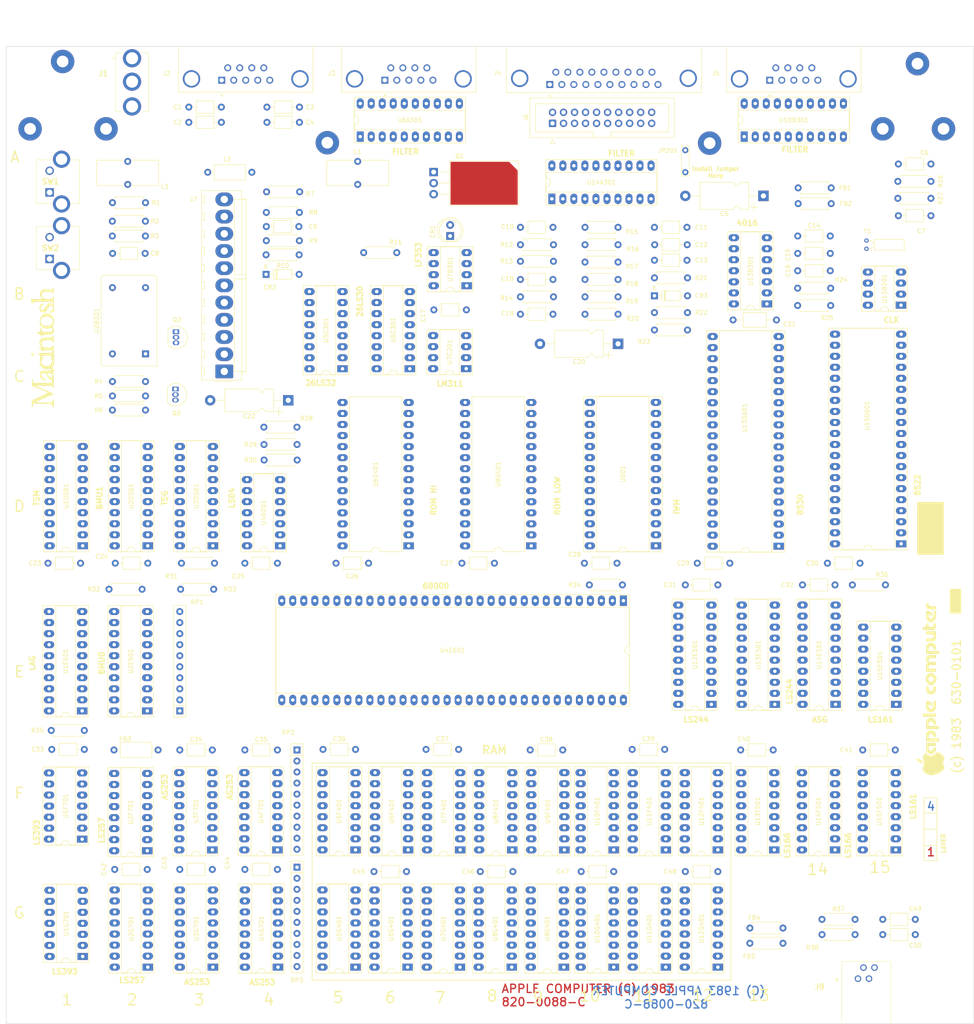
<source format=kicad_pcb>
(kicad_pcb (version 20211014) (generator pcbnew)
  (title_block (title "Schematic, Main Logic Board, 128k") (date "2023-01-28") (rev "Redraw 001") (company "Apple Computer") (comment 1 "820-0086-C/Part # 630-0101") (comment 2 "Release"))
  (layers (0 "F.Cu" signal) (1 "In1.Cu" power) (2 "In2.Cu" power) (31 "B.Cu" signal) (34 "B.Paste" user) (35 "F.Paste" user) (36 "B.SilkS" user "B.Silkscreen") (37 "F.SilkS" user "F.Silkscreen") (38 "B.Mask" user) (39 "F.Mask" user) (44 "Edge.Cuts" user))
  (net 0 "")
  (net 1 "Earth")
  (net 2 "-12VA")
  (net 3 "+12VA")
  (net 4 "+5VA")
  (net 5 "+5V")
  (net 6 "Net-(C10-Pad1)")
  (net 7 "Net-(C10-Pad2)")
  (net 8 "Net-(C11-Pad1)")
  (net 9 "+5VL")
  (net 10 "Net-(C14-Pad1)")
  (net 11 "Net-(C15-Pad1)")
  (net 12 "+BATT")
  (net 13 "Net-(C18-Pad1)")
  (net 14 "Net-(C18-Pad2)")
  (net 15 "Net-(C19-Pad1)")
  (net 16 "-5V")
  (net 17 "+12V")
  (net 18 "Net-(C22-Pad2)")
  (net 19 "Net-(CR1-Pad1)")
  (net 20 "MSE.Y2")
  (net 21 "MSE.Y1")
  (net 22 "C16MF")
  (net 23 "C16M")
  (net 24 "KBD.ACLK")
  (net 25 "KBD.DATA")
  (net 26 "FM_TXDP")
  (net 27 "FM_TXDM")
  (net 28 "FM_HSK")
  (net 29 "FM_RXDP")
  (net 30 "FM_RXDM")
  (net 31 "FP_TXDP")
  (net 32 "FP_TXDM")
  (net 33 "FP_HSK")
  (net 34 "FP_RXDP")
  (net 35 "FP_RXDM")
  (net 36 "FMSE.X2")
  (net 37 "FMSE.X1")
  (net 39 "F{slash}MSE.SW")
  (net 40 "Net-(J5-Pad8)")
  (net 41 "Net-(J5-Pad9)")
  (net 42 "FPHI0")
  (net 43 "FPHI1")
  (net 44 "FPHI2")
  (net 45 "FPHI3")
  (net 46 "F{slash}WREQ")
  (net 47 "FHDSEL")
  (net 48 "F{slash}ENBL1")
  (net 49 "FRD")
  (net 50 "FWR")
  (net 51 "FPWM")
  (net 52 "Net-(J7-Pad1)")
  (net 54 "{slash}HSYNC")
  (net 55 "SPKR")
  (net 56 "{slash}VSYNC")
  (net 57 "-12V")
  (net 58 "Net-(J9-Pad2)")
  (net 59 "Net-(J9-Pad3)")
  (net 60 "Net-(Q2-Pad2)")
  (net 61 "Net-(R2-Pad2)")
  (net 62 "Net-(R3-Pad2)")
  (net 63 "{slash}RASF")
  (net 64 "{slash}RAS")
  (net 65 "TSEN0")
  (net 66 "{slash}VIAIRQ")
  (net 67 "{slash}RES")
  (net 68 "S5")
  (net 69 "Net-(R12-Pad2)")
  (net 70 "Net-(R16-Pad2)")
  (net 71 "Net-(R17-Pad2)")
  (net 72 "Net-(R18-Pad1)")
  (net 73 "Net-(R20-Pad2)")
  (net 74 "MSE.X1")
  (net 75 "A20")
  (net 76 "{slash}IPL1")
  (net 77 "C8M")
  (net 78 "C8MF")
  (net 79 "{slash}VIDOUT")
  (net 80 "RAM_RW")
  (net 81 "RAM_RWF")
  (net 82 "{slash}AS")
  (net 83 "TSEN2")
  (net 84 "TSEN1")
  (net 85 "A19")
  (net 86 "A5")
  (net 87 "A4")
  (net 88 "A6")
  (net 89 "A3")
  (net 90 "A7")
  (net 91 "A2")
  (net 92 "A8")
  (net 93 "A1")
  (net 94 "RA0")
  (net 95 "RA0F")
  (net 96 "RA4F")
  (net 97 "RA4")
  (net 98 "RA2")
  (net 99 "RA2F")
  (net 100 "RA3")
  (net 101 "RA3F")
  (net 102 "RA1F")
  (net 103 "RA1")
  (net 104 "RA5")
  (net 105 "RA5F")
  (net 106 "RA7")
  (net 107 "RA7F")
  (net 108 "RA6")
  (net 109 "RA6F")
  (net 110 "{slash}CAS0F")
  (net 111 "{slash}CAS0")
  (net 112 "{slash}CAS1F")
  (net 113 "{slash}CAS1")
  (net 114 "VID{slash}u")
  (net 115 "{slash}RAM")
  (net 116 "{slash}ROM")
  (net 117 "{slash}UDS")
  (net 118 "{slash}LDS")
  (net 119 "TC")
  (net 120 "C1M")
  (net 121 "C4M")
  (net 122 "C2M")
  (net 123 "{slash}DTACK")
  (net 124 "VC0")
  (net 125 "VC1")
  (net 126 "VA3")
  (net 127 "VA2")
  (net 128 "VA1")
  (net 129 "VA0")
  (net 130 "{slash}LDPS")
  (net 131 "H4")
  (net 132 "{slash}DMA")
  (net 133 "RESLIN")
  (net 134 "RESNYB")
  (net 135 "VA7")
  (net 136 "VA6")
  (net 137 "VA5")
  (net 138 "VA4")
  (net 139 "VA8")
  (net 140 "VA9")
  (net 141 "VA10")
  (net 142 "VA11")
  (net 145 "L13")
  (net 146 "L12")
  (net 148 "{slash}C16M")
  (net 149 "{slash}VCA")
  (net 150 "OVERLAY")
  (net 151 "A23")
  (net 152 "A22")
  (net 153 "A21")
  (net 154 "{slash}IWM")
  (net 155 "{slash}SCCRD")
  (net 156 "{slash}SCCEN")
  (net 157 "{slash}VPA")
  (net 158 "R{slash}W")
  (net 159 "{slash}RAM_RD")
  (net 160 "VA12")
  (net 161 "VA13")
  (net 162 "SERVID")
  (net 163 "{slash}SND")
  (net 164 "{slash}SNDPG2")
  (net 165 "Eu")
  (net 166 "D0")
  (net 168 "C37M")
  (net 171 "KBD.SCLK")
  (net 172 "{slash}IPL0")
  (net 173 "DMA")
  (net 174 "A11")
  (net 175 "A12")
  (net 176 "A13")
  (net 177 "A14")
  (net 178 "{slash}A20")
  (net 179 "{slash}SNDRES")
  (net 180 "SNDRES")
  (net 181 "SND")
  (net 182 "WR")
  (net 183 "{slash}WR")
  (net 184 "D4")
  (net 185 "D3")
  (net 186 "D2")
  (net 187 "D1")
  (net 189 "{slash}VMA")
  (net 193 "A9")
  (net 194 "A10")
  (net 195 "A15")
  (net 196 "A16")
  (net 199 "D15")
  (net 200 "D14")
  (net 201 "D13")
  (net 202 "D12")
  (net 203 "D11")
  (net 204 "D10")
  (net 205 "D9")
  (net 206 "D8")
  (net 207 "D7")
  (net 208 "D6")
  (net 209 "D5")
  (net 210 "{slash}VIDPG2")
  (net 211 "M_RXDM")
  (net 212 "M_RXDP")
  (net 213 "RXDA")
  (net 214 "HSKA")
  (net 215 "M_HSK")
  (net 216 "P_HSK")
  (net 217 "HSKB")
  (net 218 "RXDB")
  (net 219 "P_RXDP")
  (net 220 "P_RXDM")
  (net 221 "RQ0")
  (net 222 "RQ8")
  (net 223 "P_TXDP")
  (net 224 "M_TXDM")
  (net 225 "M_TXDP")
  (net 226 "TXDA")
  (net 227 "{slash}OFBUFA")
  (net 228 "{slash}OFBUFB")
  (net 229 "TXDB")
  (net 233 "P_TXDM")
  (net 235 "RQ1")
  (net 236 "RQ9")
  (net 239 "RQ2")
  (net 240 "RQ10")
  (net 241 "RQ3")
  (net 242 "RQ11")
  (net 243 "RQ4")
  (net 244 "RQ12")
  (net 245 "HDSEL")
  (net 246 "{slash}WREQ")
  (net 247 "PHI3")
  (net 248 "PHI2")
  (net 249 "PHI1")
  (net 250 "PHI0")
  (net 251 "RQ5")
  (net 252 "RQ13")
  (net 253 "RQ6")
  (net 254 "RQ14")
  (net 255 "RQ7")
  (net 256 "RQ15")
  (net 257 "SV2")
  (net 258 "SV1")
  (net 259 "SV0")
  (net 261 "{slash}SCC_WREQ")
  (net 266 "F{slash}ENBL2")
  (net 267 "MSE.X2")
  (net 268 "{slash}MSE.SW")
  (net 269 "{slash}ENBL2")
  (net 270 "PWM")
  (net 271 "RD")
  (net 272 "{slash}ENBL1")
  (net 273 "{slash}DMALD")
  (net 280 "ONESEC")
  (net 281 "{slash}RTC")
  (net 282 "RTC_DATA")
  (net 283 "RTC_CLK")
  (net 289 "QhO")
  (net 290 "CET")
  (net 299 "/IO Connectors/SPKJK")
  (net 300 "C37MF")
  (net 301 "/IO Connectors/SPKJK2")
  (net 302 "/IO Connectors/KB.CK")
  (net 303 "/IO Connectors/KB.DA")
  (net 304 "/IO Connectors/MS.FY2")
  (net 305 "/IO Connectors/MS.FY1")
  (net 306 "GND")
  (footprint "Resistor_THT:R_Axial_DIN0207_L6.3mm_D2.5mm_P7.62mm_Horizontal" (layer "F.Cu") (at 212.38 85.68)
    (fp_text reference "R24")
    (fp_text value "3.3k")
  )
  (footprint "Resistor_THT:R_Axial_DIN0207_L6.3mm_D2.5mm_P7.62mm_Horizontal" (layer "F.Cu") (at 148.5 87.68)
    (fp_text reference "R14")
    (fp_text value "47k")
  )
  (footprint "Package_DIP:DIP-14_W7.62mm_Socket_LongPads" (layer "F.Cu") (at 47.5 212.54 180)
    (fp_text reference "U1F701")
    (fp_text value "74LS393")
  )
  (footprint "Resistor_THT:R_Axial_DIN0207_L6.3mm_D2.5mm_P7.62mm_Horizontal" (layer "F.Cu") (at 212.38 89.68)
    (fp_text reference "R25")
    (fp_text value "3.3k")
  )
  (footprint "Package_DIP:DIP-16_W7.62mm_Socket_LongPads" (layer "F.Cu") (at 170 242 180)
    (fp_text reference "U10G401")
    (fp_text value "HM50256P")
  )
  (footprint "Capacitor_THT:C_Axial_L3.8mm_D2.6mm_P7.50mm_Horizontal" (layer "F.Cu") (at 179.44 75.68)
    (fp_text reference "C12")
    (fp_text value "0.1uF")
  )
  (footprint "Capacitor_THT:C_Axial_L3.8mm_D2.6mm_P7.50mm_Horizontal" (layer "F.Cu") (at 212.405 73.68)
    (fp_text reference "C14")
    (fp_text value "10pF")
  )
  (footprint "Connector_Dsub:DSUB-9_Female_Horizontal_P2.77x2.84mm_EdgePinOffset4.94mm_Housed_MountingHolesOffset7.48mm" (layer "F.Cu") (at 205.96 37.8 180)
    (fp_text reference "J5")
    (fp_text value "MOUSE")
  )
  (footprint "Capacitor_THT:C_Axial_L3.8mm_D2.6mm_P7.50mm_Horizontal" (layer "F.Cu") (at 70 219.5)
    (fp_text reference "C43")
    (fp_text value ".1uF")
  )
  (footprint "Package_DIP:DIP-16_W7.62mm_Socket_LongPads" (layer "F.Cu") (at 62.62 242 180)
    (fp_text reference "U2G701")
    (fp_text value "74LS257")
  )
  (footprint "MountingHole:MountingHole_2.7mm_M2.5_Pad" (layer "F.Cu") (at 232 49)
    (fp_text reference "H203" hide)
    (fp_text value "MountingHole_Pad" hide)
  )
  (footprint "Resistor_THT:R_Axial_DIN0207_L6.3mm_D2.5mm_P7.62mm_Horizontal" (layer "F.Cu") (at 54.48 113.75)
    (fp_text reference "R6")
    (fp_text value "47")
  )
  (footprint "Resistor_THT:R_Axial_DIN0207_L6.3mm_D2.5mm_P7.62mm_Horizontal" (layer "F.Cu") (at 89.38 117.68)
    (fp_text reference "R28")
    (fp_text value "3.3k")
  )
  (footprint "Capacitor_THT:C_Axial_L3.8mm_D2.6mm_P7.50mm_Horizontal" (layer "F.Cu") (at 126.75 191.87)
    (fp_text reference "C37")
    (fp_text value ".1uF")
  )
  (footprint "Capacitor_THT:C_Axial_L3.8mm_D2.6mm_P7.50mm_Horizontal" (layer "F.Cu") (at 54.515 77.68)
    (fp_text reference "C8")
    (fp_text value "0.1u")
  )
  (footprint "Capacitor_THT:C_Axial_L3.8mm_D2.6mm_P7.50mm_Horizontal" (layer "F.Cu") (at 227.38 192)
    (fp_text reference "C41")
    (fp_text value ".1uF")
  )
  (footprint "Capacitor_THT:C_Axial_L3.8mm_D2.6mm_P7.50mm_Horizontal" (layer "F.Cu") (at 235.6 69)
    (fp_text reference "C7")
    (fp_text value "470pF")
  )
  (footprint "Package_DIP:DIP-20_W7.62mm_Socket_LongPads" (layer "F.Cu") (at 62.5 183 180)
    (fp_text reference "U2E501")
    (fp_text value "BMU0-PAL16R4")
  )
  (footprint "Resistor_THT:R_Axial_DIN0207_L6.3mm_D2.5mm_P7.62mm_Horizontal" (layer "F.Cu") (at 163.38 75.68)
    (fp_text reference "R16")
    (fp_text value "68k")
  )
  (footprint "Package_DIP:DIP-14_W7.62mm_Socket_LongPads" (layer "F.Cu") (at 205.295 89.305 180)
    (fp_text reference "U13B301")
    (fp_text value "4016")
  )
  (footprint "MountingHole:MountingHole_2.7mm_M2.5_Pad" (layer "F.Cu") (at 192.1 52.3)
    (fp_text reference "H202" hide)
    (fp_text value "MountingHole_Pad" hide)
  )
  (footprint "Package_DIP:DIP-28_W15.24mm_LongPads" (layer "F.Cu") (at 122.74 145.02 180)
    (fp_text reference "U6D401")
    (fp_text value "ROM-HI")
  )
  (footprint "Resistor_THT:R_Axial_DIN0207_L6.3mm_D2.5mm_P7.62mm_Horizontal" (layer "F.Cu") (at 235.48 61.1)
    (fp_text reference "R26")
    (fp_text value "27")
  )
  (footprint "Resistor_THT:R_Axial_DIN0207_L6.3mm_D2.5mm_P7.62mm_Horizontal" (layer "F.Cu") (at 212.5 66.22)
    (fp_text reference "FB2")
    (fp_text value "27")
  )
  (footprint "Capacitor_THT:C_Axial_L3.8mm_D2.6mm_P7.50mm_Horizontal" (layer "F.Cu") (at 135.01 149)
    (fp_text reference "C27")
    (fp_text value ".1uF")
  )
  (footprint "Inductor_THT:L_Axial_L7.0mm_D3.3mm_P10.16mm_Horizontal_Fastron_MICC" (layer "F.Cu") (at 76.44 59)
    (fp_text reference "L2")
    (fp_text value "27uH")
  )
  (footprint "Capacitor_THT:C_Axial_L3.8mm_D2.6mm_P7.50mm_Horizontal" (layer "F.Cu") (at 85 192)
    (fp_text reference "C35")
    (fp_text value ".1uF")
  )
  (footprint "Resistor_THT:R_Axial_DIN0207_L6.3mm_D2.5mm_P7.62mm_Horizontal" (layer "F.Cu") (at 112.38 77.5)
    (fp_text reference "R11")
    (fp_text value "150")
  )
  (footprint "Capacitor_THT:C_Axial_L3.8mm_D2.6mm_P7.50mm_Horizontal" (layer "F.Cu") (at 90.08 47.5)
    (fp_text reference "C4")
    (fp_text value ".1uF")
  )
  (footprint "MountingHole:MountingHole_2.7mm_M2.5_Pad" (layer "F.Cu") (at 53 49)
    (fp_text reference "H201" hide)
    (fp_text value "MountingHole_Pad" hide)
  )
  (footprint "Package_DIP:DIP-16_W7.62mm_Socket_LongPads" (layer "F.Cu") (at 122.5 242 180)
    (fp_text reference "U6G401")
    (fp_text value "HM50256P")
  )
  (footprint "Resistor_THT:R_Axial_DIN0207_L6.3mm_D2.5mm_P7.62mm_Horizontal" (layer "F.Cu") (at 148.5 79.5)
    (fp_text reference "R13")
    (fp_text value "470k")
  )
  (footprint "Capacitor_THT:C_Axial_L3.8mm_D2.6mm_P7.50mm_Horizontal" (layer "F.Cu") (at 39.63 149)
    (fp_text reference "C23")
    (fp_text value ".1uF")
  )
  (footprint "Package_DIP:DIP-16_W7.62mm_Socket_LongPads" (layer "F.Cu") (at 110.5 215 180)
    (fp_text reference "U5F401")
    (fp_text value "HM50256P")
  )
  (footprint "Package_DIP:DIP-16_W7.62mm_Socket_LongPads" (layer "F.Cu") (at 146.62 215 180)
    (fp_text reference "U8F401")
    (fp_text value "HM50256P")
  )
  (footprint "Resistor_THT:R_Axial_DIN0207_L6.3mm_D2.5mm_P7.62mm_Horizontal" (layer "F.Cu") (at 201.38 236.5)
    (fp_text reference "FB5")
    (fp_text value "75")
  )
  (footprint "Resistor_THT:R_Axial_DIN0207_L6.3mm_D2.5mm_P7.62mm_Horizontal" (layer "F.Cu") (at 218 234.5)
    (fp_text reference "R38")
    (fp_text value "27")
  )
  (footprint "Resistor_THT:R_Axial_DIN0207_L6.3mm_D2.5mm_P7.62mm_Horizontal" (layer "F.Cu") (at 163.38 71.68)
    (fp_text reference "R15")
    (fp_text value "200k")
  )
  (footprint "Oscillator:Oscillator_DIP-14" (layer "F.Cu") (at 62.1 100.8 90)
    (fp_text reference "U2B201")
    (fp_text value "15.6672MHz")
  )
  (footprint "LOGO" (layer "F.Cu") (at 242.975156 173.904635 90)
    (fp_text reference "G002" hide)
    (fp_text value "LOGO" hide)
  )
  (footprint "Capacitor_THT:C_Axial_L3.8mm_D2.6mm_P7.50mm_Horizontal" (layer "F.Cu") (at 199.25 192)
    (fp_text reference "C40")
    (fp_text value ".1uF")
  )
  (footprint "Capacitor_THT:C_Axial_L3.8mm_D2.6mm_P7.50mm_Horizontal" (layer "F.Cu") (at 212.405 81.68)
    (fp_text reference "C16")
    (fp_text value ".1uF")
  )
  (footprint "Package_DIP:DIP-20_W7.62mm_Socket_LongPads" (layer "F.Cu") (at 111.575 50.8 90)
    (fp_text reference "U6A301")
    (fp_text value "4120R-601-250/201LF")
  )
  (footprint "Package_DIP:DIP-16_W7.62mm_Socket_LongPads" (layer "F.Cu") (at 110.5 242 180)
    (fp_text reference "U5G401")
    (fp_text value "HM50256P")
  )
  (footprint "Resistor_THT:R_Axial_DIN0207_L6.3mm_D2.5mm_P7.62mm_Horizontal" (layer "F.Cu") (at 89.88 78)
    (fp_text reference "R10")
    (fp_text value "1.0k")
  )
  (footprint "RAC_Custom:DSUB-19_Female_Horizontal_P2.77x2.84mm_EdgePinOffset7.70mm_Housed_MountingHolesOffset9.12mm" (layer "F.Cu") (at 155.27 38.8 180)
    (fp_text reference "J4")
    (fp_text value "External Floppy")
  )
  (footprint "Inductor_THT:L_Toroid_Vertical_L14.0mm_W5.6mm_P5.30mm_Bourns_5700" (layer "F.Cu") (at 58 61.8 180)
    (fp_text reference "L3")
    (fp_text value "28uH")
  )
  (footprint "Package_DIP:DIP-16_W7.62mm_Socket_LongPads" (layer "F.Cu") (at 194 215 180)
    (fp_text reference "U12F401")
    (fp_text value "HM50256P")
  )
  (footprint "MountingHole:MountingHole_2.7mm_M2.5_Pad" (layer "F.Cu") (at 104 52.2)
    (fp_text reference "H208" hide)
    (fp_text value "MountingHole_Pad" hide)
  )
  (footprint "Package_DIP:DIP-16_W7.62mm_Socket_LongPads" (layer "F.Cu") (at 123 104.25 180)
    (fp_text reference "U6C301")
    (fp_text value "26LS30")
  )
  (footprint "Capacitor_THT:C_Axial_L3.8mm_D2.6mm_P7.50mm_Horizontal" (layer "F.Cu") (at 103 191.87)
    (fp_text reference "C36")
    (fp_text value ".1uF")
  )
  (footprint "Capacitor_THT:C_Axial_L3.8mm_D2.6mm_P7.50mm_Horizontal" (layer "F.Cu") (at 106 149)
    (fp_text reference "C26")
    (fp_text value ".1uF")
  )
  (footprint "Package_DIP:DIP-16_W7.62mm_Socket_LongPads" (layer "F.Cu") (at 182 242 180)
    (fp_text reference "U11G401")
    (fp_text value "HM50256P")
  )
  (footprint "ESwitch:TL1100CF160Q" (layer "F.Cu") (at 40 78.95)
    (fp_text reference "SW2")
    (fp_text value "RESET" hide)
  )
  (footprint "Capacitor_THT:C_Axial_L3.8mm_D2.6mm_P7.50mm_Horizontal" (layer "F.Cu") (at 72.08 44)
    (fp_text reference "C1")
    (fp_text value "0.1uF")
  )
  (footprint "Package_DIP:DIP-20_W7.62mm_Socket_LongPads" (layer "F.Cu") (at 200.075 50.8 90)
    (fp_text reference "U10B301")
    (fp_text value "4120R-601-250/201LF")
  )
  (footprint "Capacitor_THT:CP_Axial_L11.0mm_D5.0mm_P18.00mm_Horizontal" (layer "F.Cu") (at 95 111.5 180)
    (fp_text reference "C22")
    (fp_text value "4.7uF")
  )
  (footprint "Resistor_THT:R_Axial_DIN0207_L6.3mm_D2.5mm_P7.62mm_Horizontal" (layer "F.Cu") (at 89.94 74.75)
    (fp_text reference "R9")
    (fp_text value "1.0k")
  )
  (footprint "Resistor_THT:R_Axial_DIN0207_L6.3mm_D2.5mm_P7.62mm_Horizontal" (layer "F.Cu") (at 40.38 187.5)
    (fp_text reference "R35")
    (fp_text value "47")
  )
  (footprint "Capacitor_THT:C_Axial_L3.8mm_D2.6mm_P7.50mm_Horizontal" (layer "F.Cu") (at 85 149)
    (fp_text reference "C25")
    (fp_text value ".1uF")
  )
  (footprint "Capacitor_THT:C_Axial_L3.8mm_D2.6mm_P7.50mm_Horizontal" (layer "F.Cu") (at 55 219.5)
    (fp_text reference "C42")
    (fp_text value ".1uF")
  )
  (footprint "Package_DIP:DIP-40_W15.24mm_Socket_LongPads" (layer "F.Cu") (at 208.025 145.08 180)
    (fp_text reference "U13D601")
    (fp_text value "Z8530")
  )
  (footprint "Package_DIP:DIP-20_W7.62mm_Socket_LongPads" (layer "F.Cu") (at 192.5 181.5 180)
    (fp_text reference "U12E501")
    (fp_text value "74LS244")
  )
  (footprint "Capacitor_THT:C_Axial_L3.8mm_D2.6mm_P7.50mm_Horizontal" (layer "F.Cu") (at 213.5 154)
    (fp_text reference "C32")
    (fp_text value ".1uF")
  )
  (footprint "Package_DIP:DIP-16_W7.62mm_Socket_LongPads" (layer "F.Cu") (at 77.5 215 180)
    (fp_text reference "U3F701")
    (fp_text value "74AS253")
  )
  (footprint "Package_DIP:DIP-20_W7.62mm_Socket_LongPads" (layer "F.Cu") (at 47.5 183 180)
    (fp_text reference "U1E501")
    (fp_text value "LAG-PAL16R8")
  )
  (footprint "Package_DIP:DIP-28_W15.24mm_LongPads" (layer "F.Cu") (at 151 145.02 180)
    (fp_text reference "U8D401")
    (fp_text value "ROM-LOW")
  )
  (footprint "Package_TO_SOT_THT:TO-92_Inline" (layer "F.Cu") (at 69.13 95.73 -90)
    (fp_text reference "Q2")
    (fp_text value "2N4403")
  )
  (footprint "Resistor_THT:R_Axial_DIN0207_L6.3mm_D2.5mm_P7.62mm_Horizontal" (layer "F.Cu") (at 70.19 155)
    (fp_text reference "R33")
    (fp_text value "47")
  )
  (footprint "Package_DIP:DIP-16_W7.62mm_Socket_LongPads" (layer "F.Cu") (at 235.12 181.5 180)
    (fp_text reference "U15E501")
    (fp_text value "74LS161")
  )
  (footprint "Connector_IDC:IDC-Header_2x10_P2.54mm_Vertical" (layer "F.Cu") (at 155.89 47.74 90)
    (fp_text reference "J6")
    (fp_text value "FLOPPY_Internal")
  )
  (footprint "Package_DIP:DIP-16_W7.62mm_Socket_LongPads" (layer "F.Cu") (at 92.62 242 180)
    (fp_text reference "U4G701")
    (fp_text value "74AS253")
  )
  (footprint "Resistor_THT:R_Axial_DIN0207_L6.3mm_D2.5mm_P7.62mm_Horizontal" (layer "F.Cu") (at 179.38 91.31)
    (fp_text reference "R22")
    (fp_text value "47k")
  )
  (footprint "Capacitor_THT:C_Axial_L3.8mm_D2.6mm_P7.50mm_Horizontal" (layer "F.Cu") (at 148.5 71.68)
    (fp_text reference "C10")
    (fp_text value "220pF")
  )
  (footprint "Package_DIP:DIP-16_W7.62mm_Socket_LongPads" (layer "F.Cu") (at 235 215 180)
    (fp_text reference "U15F501")
    (fp_text value "74LS161")
  )
  (footprint "MountingHole:MountingHole_2.7mm_M2.5" (layer "F.Cu") (at 113 247)
    (fp_text reference "H212" hide)
    (fp_text value "MountingHole" hide)
  )
  (footprint "Resistor_THT:R_Axial_DIN0207_L6.3mm_D2.5mm_P7.62mm_Horizontal" (layer "F.Cu") (at 54.455 70.27)
    (fp_text reference "R2")
    (fp_text value "3.3k" hide)
  )
  (footprint "LOGO" (layer "F.Cu") (at 38.5 99.5 90)
    (fp_text reference "G001" hide)
    (fp_text value "LOGO" hide)
  )
  (footprint "Resistor_THT:R_Axial_DIN0207_L6.3mm_D2.5mm_P7.62mm_Horizontal" (layer "F.Cu") (at 164.38 154)
    (fp_text reference "R34")
    (fp_text value "3.3k")
  )
  (footprint "MountingHole:MountingHole_2.7mm_M2.5" (layer "F.Cu") (at 143.25 43.75)
    (fp_text reference "H213" hide)
    (fp_text value "MountingHole" hide)
  )
  (footprint "Resistor_THT:R_Axial_DIN0207_L6.3mm_D2.5mm_P7.62mm_Horizontal" (layer "F.Cu") (at 54.48 107.18)
    (fp_text reference "R4")
    (fp_text value "47")
  )
  (footprint "TE Connectivity:55559801" (layer "F.Cu") (at 226.285 244.65)
    (fp_text reference "J9")
    (fp_text value "RJ22" hide)
  )
  (footprint "MountingHole:MountingHole_2.7mm_M2.5_Pad" (layer "F.Cu") (at 246 49)
    (fp_text reference "H205" hide)
    (fp_text value "MountingHole_Pad" hide)
  )
  (footprint "MountingHole:MountingHole_2.7mm_M2.5" (layer "F.Cu") (at 36 38)
    (fp_text reference "H209" hide)
    (fp_text value "MountingHole" hide)
  )
  (footprint "Package_DIP:DIP-20_W7.62mm_Socket_LongPads" (layer "F.Cu") (at 47.62 145 180)
    (fp_text reference "U1D501")
    (fp_text value "TSM-PAL16R4")
  )
  (footprint "Package_DIP:DIP-20_W7.62mm_Socket_LongPads" (layer "F.Cu") (at 207.12 181.5 180)
    (fp_text reference "U13E501")
    (fp_text value "74LS244")
  )
  (footprint "Resistor_THT:R_Axial_DIN0207_L6.3mm_D2.5mm_P7.62mm_Horizontal" (layer "F.Cu") (at 218 231)
    (fp_text reference "R37")
    (fp_text value "27")
  )
  (footprint "Package_DIP:DIP-16_W7.62mm_Socket_LongPads" (layer "F.Cu") (at 62.5 215.2 180)
    (fp_text reference "U2F701")
    (fp_text value "74LS257")
  )
  (footprint "Connector_Molex:Molex_KK-396_A-41791-0011_1x11_P3.96mm_Vertical" (layer "F.Cu") (at 80.25 104.85 90)
    (fp_text reference "J7")
    (fp_text value "Power")
  )
  (footprint "Diode_THT:D_DO-35_SOD27_P7.62mm_Horizontal" (layer "F.Cu") (at 179.38 87.44)
    (fp_text reference "CR3")
    (fp_text value "5.1V")
  )
  (footprint "Package_DIP:DIP-16_W7.62mm_Socket_LongPads" (layer "F.Cu") (at 221 215 180)
    (fp_text reference "U14F501")
    (fp_text value "74LS166")
  )
  (footprint "Package_DIP:DIP-16_W7.62mm_Socket_LongPads" (layer "F.Cu") (at 158.62 215 180)
    (fp_text reference "U9F401")
    (fp_text value "HM50256P")
  )
  (footprint "Capacitor_THT:C_Axial_L3.8mm_D2.6mm_P7.50mm_Horizontal" (layer "F.Cu") (at 72.08 47.5)
    (fp_text reference "C2")
    (fp_text value ".1uF")
  )
  (footprint "Resistor_THT:R_Axial_DIN0207_L6.3mm_D2.5mm_P7.62mm_Horizontal" (layer "F.Cu") (at 225 154)
    (fp_text reference "R36")
    (fp_text value "47")
  )
  (footprint "Capacitor_THT:CP_Axial_L11.0mm_D6.0mm_P18.00mm_Horizontal" (layer "F.Cu") (at 171 98.5 180)
    (fp_text reference "C20")
    (fp_text value "33uF")
  )
  (footprint "Resistor_THT:R_Axial_DIN0207_L6.3mm_D2.5mm_P7.62mm_Horizontal" (layer "F.Cu") (at 89.405 121.68)
    (fp_text reference "R29")
    (fp_text value "150")
  )
  (footprint "Package_DIP:DIP-16_W7.62mm_Socket_LongPads" (layer "F.Cu") (at 182 215 180)
    (fp_text reference "U11F401")
    (fp_text value "HM50256P")
  )
  (footprint "MountingHole:MountingHole_2.7mm_M2.5" (layer "F.Cu") (at 247 247)
    (fp_text reference "H210" hide)
    (fp_text value "MountingHole" hide)
  )
  (footprint "Package_TO_SOT_THT:TO-92_Inline" (layer "F.Cu") (at 69 108.91 -90)
    (fp_text reference "Q3")
    (fp_text value "2N4401")
  )
  (footprint "Capacitor_THT:C_Axial_L3.8mm_D2.6mm_P7.50mm_Horizontal" (layer "F.Cu") (at 189.25 149)
    (fp_text reference "C29")
    (fp_text value ".1uF")
  )
  (footprint "Crystal:Crystal_C26-LF_D2.1mm_L6.5mm_Horizontal" (layer "F.Cu") (at 228.25 76.63 90)
    (fp_text reference "Y1")
    (fp_text value "32.768kHz")
  )
  (footprint "Package_DIP:DIP-20_W7.62mm_Socket_LongPads" (layer "F.Cu") (at 155.74 65.12 90)
    (fp_text reference "U14A301")
    (fp_text value "4120R-601-250/201LF")
  )
  (footprint "Capacitor_THT:C_Axial_L3.8mm_D2.6mm_P7.50mm_Horizontal" (layer "F.Cu") (at 179.38 79.26)
    (fp_text reference "C13")
    (fp_text value ".1uF")
  )
  (footprint "MountingHole:MountingHole_2.7mm_M2.5_Pad" (layer "F.Cu") (at 240 34)
    (fp_text reference "H204" hide)
    (fp_text value "MountingHole_Pad" hide)
  )
  (footprint "Package_DIP:DIP-20_W7.62mm_Socket_LongPads" (layer "F.Cu") (at 62.62 145 180)
    (fp_text reference "U2D501")
    (fp_text value "BMU1-PAL16L8")
  )
  (footprint "Capacitor_THT:C_Axial_L3.8mm_D2.6mm_P7.50mm_Horizontal" (layer "F.Cu") (at 148.5 83.68)
    (fp_text reference "C18")
    (fp_text value ".001uF")
  )
  (footprint "Capacitor_THT:C_Axial_L3.8mm_D2.6mm_P7.50mm_Horizontal" (layer "F.Cu") (at 150.75 192)
    (fp_text reference "C38")
    (fp_text value ".1uF")
  )
  (footprint "Capacitor_THT:CP_Axial_L11.0mm_D6.0mm_P18.00mm_Horizontal" (layer "F.Cu") (at 204.5 64.4375 180)
    (fp_text reference "C5")
    (fp_text value "33uF")
  )
  (footprint "Capacitor_THT:C_Axial_L3.8mm_D2.6mm_P7.50mm_Horizontal" (layer "F.Cu") (at 162.5 220)
    (fp_text reference "C47")
    (fp_text value ".1uF")
  )
  (footprint "Package_DIP:DIP-28_W15.24mm_Socket_LongPads" (layer "F.Cu") (at 179.73 145 180)
    (fp_text reference "U601")
    (fp_text value "Apple_IWM")
  )
  (footprint "Resistor_THT:R_Axial_DIN0207_L6.3mm_D2.5mm_P7.62mm_Horizontal" (layer "F.Cu") (at 89.94 68.25)
    (fp_text reference "R8")
    (fp_text value "3.3k")
  )
  (footprint "Resistor_THT:R_Axial_DIN0207_L6.3mm_D2.5mm_P7.62mm_Horizontal" (layer "F.Cu") (at 62.1 66 180)
    (fp_text reference "R1")
    (fp_text value "27" hide)
  )
  (footprint "Resistor_THT:R_Array_SIP10" (layer "F.Cu") (at 97 192 -90)
    (fp_text reference "RP2")
    (fp_text value "47")
  )
  (footprint "Package_DIP:DIP-40_W15.24mm_Socket_LongPads" (layer "F.Cu") (at 236.24 144.54 180)
    (fp_text reference "U15D601")
    (fp_text value "6522")
  )
  (footprint "Package_DIP:DIP-16_W7.62mm_Socket_LongPads" (layer "F.Cu") (at 107.5 104.25 180)
    (fp_text reference "U5C301")
    (fp_text value "26LS32")
  )
  (footprint "Package_DIP:DIP-16_W7.62mm_Socket_LongPads" (layer "F.Cu") (at 134.62 215 180)
    (fp_text reference "U7F401")
    (fp_text value "HM50256P")
  )
  (footprint "Package_DIP:DIP-14_W7.62mm_Socket_LongPads" (layer "F.Cu") (at 93.12 145 180)
    (fp_text reference "U4D201")
    (fp_text value "74LS04")
  )
  (footprint "TestPoint:TestPoint_Bridge_Pitch5.08mm_Drill0.7mm" (layer "F.Cu") (at 186.5 59 90)
    (fp_text reference "JP201")
    (fp_text value "Jumper_2_Bridged")
  )
  (footprint "Capacitor_THT:C_Axial_L3.8mm_D2.6mm_P7.50mm_Horizontal" (layer "F.Cu") (at 163.25 149)
    (fp_text reference "C28")
    (fp_text value ".1uF")
  )
  (footprint "Capacitor_THT:C_Axial_L3.8mm_D2.6mm_P7.50mm_Horizontal" (layer "F.Cu") (at 55.13 149)
    (fp_text reference "C24")
    (fp_text value ".1uF")
  )
  (footprint "Resistor_THT:R_Axial_DIN0207_L6.3mm_D2.5mm_P7.62mm_Horizontal" (layer "F.Cu") (at 54.455 73.68)
    (fp_text reference "R3")
    (fp_text value "1.0k" hide)
  )
  (footprint "Diode_THT:D_DO-35_SOD27_P7.62mm_Horizontal" (layer "F.Cu") (at 89.88 82.5)
    (fp_text reference "CR2")
    (fp_text value "1N4150")
  )
  (footprint "Capacitor_THT:C_Axial_L3.8mm_D2.6mm_P7.50mm_Horizontal" (layer "F.Cu") (at 70 192)
    (fp_text reference "C34")
    (fp_text value ".1uF")
  )
  (footprint "Package_DIP:DIP-20_W7.62mm_Socket_LongPads" (layer "F.Cu") (at 221.12 181.495 180)
    (fp_text reference "U14E501")
    (fp_text value "ASG-PAL16R6")
  )
  (footprint "Capacitor_THT:C_Axial_L3.8mm_D2.6mm_P7.50mm_Horizontal" (layer "F.Cu") (at 179.38 71.68)
    (fp_text reference "C11")
    (fp_text value "0.1uF")
  )
  (footprint "Capacitor_THT:C_Axial_L3.8mm_D2.6mm_P7.50mm_Horizontal" (layer "F.Cu") (at 174.25 191.87)
    (fp_text reference "C39")
    (fp_text value ".1uF")
  )
  (footprint "Connector_Dsub:DSUB-9_Female_Horizontal_P2.77x2.84mm_EdgePinOffset4.94mm_Housed_MountingHolesOffset7.48mm" (layer "F.Cu") (at 117.25 37.8 180)
    (fp_text reference "J3")
    (fp_text value "PRINTER")
  )
  (footprint "Resistor_THT:R_Axial_DIN0207_L6.3mm_D2.5mm_P7.62mm_Horizontal" (layer "F.Cu") (at 163.38 87.68)
    (fp_text reference "R19")
    (fp_text value "3.3k")
  )
  (footprint "ESwitch:TL1100CF160Q" (layer "F.Cu") (at 40 63.65)
    (fp_text reference "SW1")
    (fp_text value "Interrupt" hide)
  )
  (footprint "Capacitor_THT:C_Axial_L3.8mm_D2.6mm_P7.50mm_Horizontal" (layer "F.Cu") (at 232 234.5)
    (fp_text reference "C50")
    (fp_text value ".001u")
  )
  (footprint "Resistor_THT:R_Axial_DIN0207_L6.3mm_D2.5mm_P7.62mm_Horizontal" (layer "F.Cu") (at 179.38 83.31)
    (fp_text reference "R21")
    (fp_text value "1.0k")
  )
  (footprint "Package_DIP:DIP-16_W7.62mm_Socket_LongPads" (layer "F.Cu") (at 146.5 242 180)
    (fp_text reference "U8G401")
    (fp_text value "HM50256P")
  )
  (footprint "Resistor_THT:R_Axial_DIN0207_L6.3mm_D2.5mm_P7.62mm_Horizontal" (layer "F.Cu") (at 235.48 65)
    (fp_text reference "R27")
    (fp_text value "27")
  )
  (footprint "Package_DIP:DIP-16_W7.62mm_Socket_LongPads" (layer "F.Cu") (at 194 242 180)
    (fp_text reference "U12G401")
    (fp_text value "HM50256P")
  )
  (footprint "Capacitor_THT:C_Axial_L3.8mm_D2.6mm_P7.50mm_Horizontal" (layer "F.Cu") (at 114.75 220)
    (fp_text reference "C45")
    (fp_text value ".1uF")
  )
  (footprint "Resistor_THT:R_Axial_DIN0207_L6.3mm_D2.5mm_P7.62mm_Horizontal" (layer "F.Cu") (at 163.38 79.68)
    (fp_text reference "R17")
    (fp_text value "150k")
  )
  (footprint "Inductor_THT:L_Axial_L7.0mm_D3.3mm_P10.16mm_Horizontal_Fastron_MICC" (layer "F.Cu") (at 54.84 192)
    (fp_text reference "FB3")
    (fp_text value "FB")
  )
  (footprint "Capacitor_THT:C_Axial_L3.8mm_D2.6mm_P7.50mm_Horizontal" (layer "F.Cu") (at 235.6 57.1)
    (fp_text reference "C6")
    (fp_text value "470pF")
  )
  (footprint "Capacitor_THT:C_Axial_L3.8mm_D2.6mm_P7.50mm_Horizontal" (layer "F.Cu") (at 232 231)
    (fp_text reference "C49")
    (fp_text value ".001u")
  )
  (footprint "Package_DIP:DIP-64_W22.86mm_Socket_LongPads" (layer "F.Cu") (at 172.24 157.64 -90)
    (fp_text reference "U4E601")
    (fp_text value "68000D")
  )
  (footprint "RAC_Custom:TO-220-3_Horizontal_TabDown_HS" (layer "F.Cu") (at 128.5 58.96 -90)
    (fp_text reference "Q1")
    (fp_text value "LM7905_TO220")
  )
  (footprint "Resistor_THT:R_Axial_DIN0207_L6.3mm_D2.5mm_P7.62mm_Horizontal" (layer "F.Cu") (at 70.38 149)
    (fp_text reference "R31")
    (fp_text value "47")
  )
  (footprint "Capacitor_THT:C_Axial_L3.8mm_D2.6mm_P7.50mm_Horizontal" (layer "F.Cu") (at 90.08 44)
    (fp_text reference "C3")
    (fp_text value ".1uF")
  )
  (footprint "Package_DIP:DIP-16_W7.62mm_Socket_LongPads" (layer "F.Cu") (at 77.62 242 180)
    (fp_text reference "U3G701")
    (fp_text value "74AS253")
  )
  (footprint "Package_DIP:DIP-8_W7.62mm_Socket_LongPads" (layer "F.Cu") (at 136.12 85.12 180)
    (fp_text reference "U7B301")
    (fp_text value "LF353P")
  )
  (footprint "Capacitor_THT:C_Axial_L3.8mm_D2.6mm_P7.50mm_Horizontal" (layer "F.Cu") (at 148.5 91.68)
    (fp_text reference "C19")
    (fp_text value "470pF")
  )
  (footprint "Resistor_THT:R_Axial_DIN0207_L6.3mm_D2.5mm_P7.62mm_Horizontal" (layer "F.Cu") (at 163.38 91.68)
    (fp_text reference "R20")
    (fp_text value "3.3k")
  )
  (footprint "Capacitor_THT:C_Axial_L3.8mm_D2.6mm_P7.50mm_Horizontal" (layer "F.Cu") (at 85 219.5)
    (fp_text reference "C44")
    (fp_text value ".1uF")
  )
  (footprint "Package_DIP:DIP-16_W7.62mm_Socket_LongPads" (layer "F.Cu") (at 170 215 180)
    (fp_text reference "U10F401")
    (fp_text value "HM50256P")
  )
  (footprint "Capacitor_THT:C_Axial_L3.8mm_D2.6mm_P7.50mm_Horizontal" (layer "F.Cu") (at 186.5 220)
    (fp_text reference "C48")
    (fp_text value ".1uF")
  )
  (footprint "Connector_Dsub:DSUB-9_Female_Horizontal_P2.77x2.84mm_EdgePinOffset4.94mm_Housed_MountingHolesOffset7.48mm" (layer "F.Cu") (at 79.66 37.8 180)
    (fp_text reference "J2")
    (fp_text value "MODEM")
  )
  (footprint "CUI:MJ3502N" (layer "F.Cu") (at 59 32.75 -90)
    (fp_text reference "J1")
    (fp_text value "MJ-3502N" hide)
  )
  (footprint "Package_DIP:DIP-16_W7.62mm_Socket_LongPads" (layer "F.Cu") (at 134.55 242 180)
    (fp_text reference "U7G401")
    (fp_text value "HM50256P")
  )
  (footprint "Package_DIP:DIP-14_W7.62mm_Socket_LongPads" (layer "F.Cu") (at 47.62 239.54 180)
    (fp_text reference "U1G701")
    (fp_text value "74LS393")
  )
  (footprint "Resistor_THT:R_Axial_DIN0207_L6.3mm_D2.5mm_P7.62mm_Horizontal" (layer "F.Cu") (at 89.43 125.25)
    (fp_text reference "R30")
    (fp_text value "3.3k")
  )
  (footprint "Resistor_THT:R_Array_SIP10" (layer "F.Cu") (at 70 183 90)
    (fp_text reference "RP1")
    (fp_text value "2.2k")
  )
  (footprint "Resistor_THT:R_Axial_DIN0207_L6.3mm_D2.5mm_P7.62mm_Horizontal" (layer "F.Cu") (at 53.69 155)
    (fp_text reference "R32")
    (fp_text value "75")
  )
  (footprint "Capacitor_THT:C_Axial_L3.8mm_D2.6mm_P7.50mm_Horizontal" (layer "F.Cu") (at 89.94 71.5)
    (fp_text reference "C9")
    (fp_text value ".1uF")
  )
  (footprint "Capacitor_THT:C_Axial_L3.8mm_D2.6mm_P7.50mm_Horizontal" (layer "F.Cu") (at 212.405 77.68)
    (fp_text reference "C15")
    (fp_text value "33pF")
  )
  (footprint "Package_DIP:DIP-16_W7.62mm_Socket_LongPads" (layer "F.Cu") (at 207 215 180)
    (fp_text reference "U13F501")
    (fp_text value "74LS166")
  )
  (footprint "Package_DIP:DIP-8_W7.62mm_Socket_LongPads" (layer "F.Cu") (at 136 104.22 180)
    (fp_text reference "U7C201")
    (fp_text value "LM311")
  )
  (footprint "Resistor_THT:R_Axial_DIN0207_L6.3mm_D2.5mm_P7.62mm_Horizontal" (layer "F.Cu") (at 148.5 75.68)
    (fp_text reference "R12")
    (fp_text value "470k")
  )
  (footprint "Package_DIP:DIP-8_W7.62mm_Socket_LongPads" (layer "F.Cu") (at 236.2 89.6 180)
    (fp_text reference "U15B201")
    (fp_text value "344-0040")
  )
  (footprint "Capacitor_THT:C_Axial_L3.8mm_D2.6mm_P7.50mm_Horizontal" (layer "F.Cu") (at 219.25 149)
    (fp_text reference "C30")
    (fp_text value ".1uF")
  )
  (footprint "MountingHole:MountingHole_2.7mm_M2.5" (layer "F.Cu") (at 36 247)
    (fp_text reference "H211" hide)
    (fp_text value "MountingHole" hide)
  )
  (footprint "LED_THT:LED_D5.0mm" (layer "F.Cu") (at 132.3 73.68 90)
    (fp_text reference "CR1")
    (fp_text value "LED")
  )
  (footprint "Resistor_THT:R_Axial_DIN0207_L6.3mm_D2.5mm_P7.62mm_Horizontal" (layer "F.Cu") (at 90 63.5)
    (fp_text reference "R7")
    (fp_text value "47")
  )
  (footprint "Resistor_THT:R_Array_SIP10" (layer "F.Cu") (at 97 219 -90)
    (fp_text reference "RP3")
    (fp_text value "47")
  )
  (footprint "Package_DIP:DIP-16_W7.62mm_Socket_LongPads" (layer "F.Cu") (at 122.62 215 180)
    (fp_text reference "U6F401")
    (fp_text value "HM50256P")
  )
  (footprint "Capacitor_THT:C_Axial_L3.8mm_D2.6mm_P7.50mm_Horizontal" (layer "F.Cu") (at 40.5 191.87)
    (fp_text reference "C33")
    (fp_text value ".1uF")
  )
  (footprint "MountingHole:MountingHole_2.7mm_M2.5" (layer "F.Cu") (at 247 38)
    (fp_text reference "H214" hide)
    (fp_text value "MountingHole" hide)
  )
  (footprint "Capacitor_THT:C_Axial_L5.1mm_D3.1mm_P10.00mm_Horizontal" (layer "F.Cu") (at 197.5 93)
    (fp_text reference "C21")
    (fp_text value ".1uF")
  )
  (footprint "Capacitor_THT:C_Axial_L3.8mm_D2.6mm_P7.50mm_Horizontal" (layer "F.Cu") (at 186.5 154)
    (fp_text reference "C31")
    (fp_text value ".1uF")
  )
  (footprint "Inductor_THT:L_Toroid_Vertical_L14.0mm_W5.6mm_P5.30mm_Bourns_5700" (layer "F.Cu") (at 111 61.8 180)
    (fp_text reference "L1")
    (fp_text value "28uH")
  )
  (footprint "Capacitor_THT:C_Axial_L3.8mm_D2.6mm_P7.50mm_Horizontal" (layer "F.Cu") (at 128.55 90.68)
    (fp_text reference "C17")
    (fp_text value ".1uF")
  )
  (footprint "Package_DIP:DIP-16_W7.62mm_Socket_LongPads" (layer "F.Cu") (at 158.5 242 180)
    (fp_text reference "U9G401")
    (fp_text value "HM50256P")
  )
  (footprint "Capacitor_THT:C_Axial_L3.8mm_D2.6mm_P7.50mm_Horizontal" (layer "F.Cu") (at 139.25 220)
    (fp_text reference "C46")
    (fp_text value ".1uF")
  )
  (footprint "Package_DIP:DIP-16_W7.62mm_Socket_LongPads" (layer "F.Cu") (at 92.5 215 180)
    (fp_text reference "U4F701")
    (fp_text value "74AS253")
  )
  (footprint "Package_DIP:DIP-20_W7.62mm_Socket_LongPads" (layer "F.Cu") (at 77.62 145 180)
    (fp_text reference "U3D501")
    (fp_text value "TSG-PAL16R6")
  )
  (footprint "MountingHole:MountingHole_2.7mm_M2.5_Pad" (layer "F.Cu") (at 43 33.5)
    (fp_text reference "H207" hide)
    (fp_text value "MountingHole_Pad" hide)
  )
  (footprint "Resistor_THT:R_Axial_DIN0207_L6.3mm_D2.5mm_P7.62mm_Horizontal" (layer "F.Cu") (at 212.5 62.59)
    (fp_text reference "FB1")
    (fp_text value "27")
  )
  (footprint "Resistor_THT:R_Axial_DIN0207_L6.3mm_D2.5mm_P7.62mm_Horizontal" (layer "F.Cu") (at 163.38 83.68)
    (fp_text reference "R18")
    (fp_text value "47k")
  )
  (footprint "MountingHole:MountingHole_2.7mm_M2.5_Pad" (layer "F.Cu") (at 35.5 49)
    (fp_text reference "H206" hide)
    (fp_text value "MountingHole_Pad")
  )
  (footprint "Resistor_THT:R_Axial_DIN0207_L6.3mm_D2.5mm_P7.62mm_Horizontal" (layer "F.Cu") (at 179.38 95.31)
    (fp_text reference "R23")
    (fp_text value "100k")
  )
  (footprint "Resistor_THT:R_Axial_DIN0207_L6.3mm_D2.5mm_P7.62mm_Horizontal" (layer "F.Cu") (at 201.38 233)
    (fp_text reference "FB4")
    (fp_text value "680")
  )
  (footprint "Resistor_THT:R_Axial_DIN0207_L6.3mm_D2.5mm_P7.62mm_Horizontal" (layer "F.Cu") (at 54.48 110.5)
    (fp_text reference "R5")
    (fp_text value "47")
  )
  (gr_poly (pts (xy 246 135) (xy 246 147) (xy 240 147) (xy 240 135)) (layer "F.SilkS") (width 0.15) (fill solid))
  (gr_line (start 241.5 210.25) (end 244.5 210.25) (layer "F.SilkS") (width 0.15))
  (gr_line (start 241.5 206.5) (end 244.5 206.5) (layer "F.SilkS") (width 0.15))
  (gr_rect (start 241.5 203) (end 244.5 217.5) (layer "F.SilkS") (width 0.15) (fill none))
  (gr_line (start 241.5 214) (end 244.5 214) (layer "F.SilkS") (width 0.15))
  (gr_rect (start 100.5 195) (end 197 245) (layer "F.SilkS") (width 0.15) (fill none))
  (gr_poly (pts (xy 250 155) (xy 250 160.5) (xy 247.5 160.5) (xy 247.5 155)) (layer "F.SilkS") (width 0.15) (fill solid))
  (gr_line (start 30 255) (end 30 30) (layer "Edge.Cuts") (width 0.1))
  (gr_line (start 253 255) (end 253 30) (layer "Edge.Cuts") (width 0.1))
  (gr_line (start 30 30) (end 253 30) (layer "Edge.Cuts") (width 0.1))
  (gr_line (start 253 255) (end 30 255) (layer "Edge.Cuts") (width 0.1))
  (gr_text "1" (at 242 215.5) (layer "F.Cu") (effects (font (size 1.905 1.905) (thickness 0.3)) (justify left)))
  (gr_text "APPLE COMPUTER (C) 1983\n820-0088-C" (at 144 248.5) (layer "F.Cu") (effects (font (size 1.905 1.905) (thickness 0.3)) (justify left)))
  (gr_text "4" (at 242 205) (layer "B.Cu") (effects (font (size 1.905 1.905) (thickness 0.3)) (justify left)))
  (gr_text "(C) 1983 APPLE COMPUTER\n    820-0088-C" (at 185 249) (layer "B.Cu") (effects (font (size 1.905 1.905) (thickness 0.3)) (justify mirror)))
  (gr_text "68000" (at 129 154.25) (layer "F.SilkS") (effects (font (size 1.27 1.27) (thickness 0.3))))
  (gr_text "4016" (at 200.785 70.68) (layer "F.SilkS") (effects (font (size 1.27 1.27) (thickness 0.3))))
  (gr_text "E" (at 33 174) (layer "F.SilkS") (effects (font (size 2.54 2.54) (thickness 0.3))))
  (gr_text "6522" (at 240 131 90) (layer "F.SilkS") (effects (font (size 1.27 1.27) (thickness 0.3))))
  (gr_text "LAG" (at 36 172 90) (layer "F.SilkS") (effects (font (size 1.27 1.27) (thickness 0.3))))
  (gr_text "BMU1" (at 51.5 134 90) (layer "F.SilkS") (effects (font (size 1.27 1.27) (thickness 0.3))))
  (gr_text "LS257" (at 59 245) (layer "F.SilkS") (effects (font (size 1.27 1.27) (thickness 0.3))))
  (gr_text "CLK" (at 234 93) (layer "F.SilkS") (effects (font (size 1.27 1.27) (thickness 0.3))))
  (gr_text "14" (at 217 219.5) (layer "F.SilkS") (effects (font (size 2.54 2.54) (thickness 0.3))))
  (gr_text "1" (at 44 249.5) (layer "F.SilkS") (effects (font (size 2.54 2.54) (thickness 0.3))))
  (gr_text "FILTER" (at 171.785 54.68) (layer "F.SilkS") (effects (font (size 1.27 1.27) (thickness 0.3))))
  (gr_text "AS253" (at 89 245.5) (layer "F.SilkS") (effects (font (size 1.27 1.27) (thickness 0.3))))
  (gr_text "12" (at 190.5 248.5) (layer "F.SilkS") (effects (font (size 2.54 2.54) (thickness 0.3))))
  (gr_text "15" (at 231.38 219) (layer "F.SilkS") (effects (font (size 2.54 2.54) (thickness 0.3))))
  (gr_text "26LS32" (at 102.5 107.5) (layer "F.SilkS") (effects (font (size 1.27 1.27) (thickness 0.3))))
  (gr_text "LS244" (at 210.5 178.51 90) (layer "F.SilkS") (effects (font (size 1.27 1.27) (thickness 0.3))))
  (gr_text "LS393" (at 37 211 90) (layer "F.SilkS") (effects (font (size 1.27 1.27) (thickness 0.3))))
  (gr_text "LS161" (at 239 205 90) (layer "F.SilkS") (effects (font (size 1.27 1.27) (thickness 0.3))))
  (gr_text "Install Jumper\nHere" (at 193.5 59) (layer "F.SilkS") (effects (font (size 1 1) (thickness 0.25))))
  (gr_text "LS161" (at 231.5 185) (layer "F.SilkS") (effects (font (size 1.27 1.27) (thickness 0.3))))
  (gr_text "G" (at 33 229.5) (layer "F.SilkS") (effects (font (size 2.54 2.54) (thickness 0.3))))
  (gr_text "B" (at 33 87) (layer "F.SilkS") (effects (font (size 2.54 2.54) (thickness 0.3))))
  (gr_text "AS253" (at 81.5 200.5 90) (layer "F.SilkS") (effects (font (size 1.27 1.27) (thickness 0.3))))
  (gr_text "FILTER" (at 211.75 53.75) (layer "F.SilkS") (effects (font (size 1.27 1.27) (thickness 0.3))))
  (gr_text "D" (at 33.02 135.89) (layer "F.SilkS") (effects (font (size 2.54 2.54) (thickness 0.3))))
  (gr_text "13" (at 203.5 248.5) (layer "F.SilkS") (effects (font (size 2.54 2.54) (thickness 0.3))))
  (gr_text "RAM" (at 142.5 192) (layer "F.SilkS") (effects (font (size 1.905 1.905) (thickness 0.3))))
  (gr_text "LS166" (at 224 214 90) (layer "F.SilkS") (effects (font (size 1.27 1.27) (thickness 0.3))))
  (gr_text "5" (at 106.5 249) (layer "F.SilkS") (effects (font (size 2.54 2.54) (thickness 0.3))))
  (gr_text "LS257" (at 52 210.5 90) (layer "F.SilkS") (effects (font (size 1.27 1.27) (thickness 0.3))))
  (gr_text "AS253" (at 66.5 200.5 90) (layer "F.SilkS") (effects (font (size 1.27 1.27) (thickness 0.3))))
  (gr_text "11" (at 177 248.65) (layer "F.SilkS") (effects (font (size 2.54 2.54) (thickness 0.3))))
  (gr_text "TSG" (at 66.5 134 90) (layer "F.SilkS") (effects (font (size 1.27 1.27) (thickness 0.3))))
  (gr_text "LS04" (at 82 134 90) (layer "F.SilkS") (effects (font (size 1.27 1.27) (thickness 0.3))))
  (gr_text "LM311" (at 132.285 107.68) (layer "F.SilkS") (effects (font (size 1.27 1.27) (thickness 0.3))))
  (gr_text "TSM" (at 37 134 90) (layer "F.SilkS") (effects (font (size 1.27 1.27) (thickness 0.3))))
  (gr_text "LS244" (at 189 185) (layer "F.SilkS") (effects (font (size 1.27 1.27) (thickness 0.3))))
  (gr_text "10" (at 164.5 248.65) (layer "F.SilkS") (effects (font (size 2.54 2.54) (thickness 0.3))))
  (gr_text "8" (at 142 248.65) (layer "F.SilkS") (effects (font (size 2.54 2.54) (thickness 0.3))))
  (gr_text "26LS30" (at 111.5 88.75 90) (layer "F.SilkS") (effects (font (size 1.27 1.27) (thickness 0.3))))
  (gr_text "6" (at 118.5 249) (layer "F.SilkS") (effects (font (size 2.54 2.54) (thickness 0.3))))
  (gr_text "3" (at 74.5 249.5) (layer "F.SilkS") (effects (font (size 2.54 2.54) (thickness 0.3))))
  (gr_text "2" (at 59 249.5) (layer "F.SilkS") (effects (font (size 2.54 2.54) (thickness 0.3))))
  (gr_text "ASG" (at 217.5 185) (layer "F.SilkS") (effects (font (size 1.27 1.27) (thickness 0.3))))
  (gr_text "4" (at 90.5 249.5) (layer "F.SilkS") (effects (font (size 2.54 2.54) (thickness 0.3))))
  (gr_text "F" (at 33 202) (layer "F.SilkS") (effects (font (size 2.54 2.54) (thickness 0.3))))
  (gr_text "LF353" (at 125 78 90) (layer "F.SilkS") (effects (font (size 1.27 1.27) (thickness 0.3))))
  (gr_text "LS393" (at 43.5 243) (layer "F.SilkS") (effects (font (size 1.27 1.27) (thickness 0.3))))
  (gr_text "BMU0" (at 52 172 90) (layer "F.SilkS") (effects (font (size 1.27 1.27) (thickness 0.3))))
  (gr_text "ROM HI" (at 128.5 134.5 90) (layer "F.SilkS") (effects (font (size 1.27 1.27) (thickness 0.3))))
  (gr_text "LS166" (at 210 214 90) (layer "F.SilkS") (effects (font (size 1.27 1.27) (thickness 0.3))))
  (gr_text "IWM" (at 184.49 136 90) (layer "F.SilkS") (effects (font (size 1.27 1.27) (thickness 0.3))))
  (gr_text "C" (at 33 106) (layer "F.SilkS") (effects (font (size 2.54 2.54) (thickness 0.3))))
  (gr_text "FILTER" (at 122 54.25) (layer "F.SilkS") (effects (font (size 1.27 1.27) (thickness 0.3))))
  (gr_text "7" (at 130 249) (layer "F.SilkS") (effects (font (size 2.54 2.54) (thickness 0.3))))
  (gr_text "LAYER" (at 246 213.5 90) (layer "F.SilkS") (effects (font (size 1 1) (thickness 0.25))))
  (gr_text "8530" (at 213 135.5 90) (layer "F.SilkS") (effects (font (size 1.27 1.27) (thickness 0.3))))
  (gr_text "(c) 1983  630-0101" (at 249 182 90) (layer "F.SilkS") (effects (font (size 1.905 1.905) (thickness 0.3))))
  (gr_text "AS253" (at 74 245.4) (layer "F.SilkS") (effects (font (size 1.27 1.27) (thickness 0.3))))
  (gr_text "A" (at 32 55.5) (layer "F.SilkS") (effects (font (size 2.54 2.54) (thickness 0.3))))
  (gr_text "ROM LOW" (at 157 133.5 90) (layer "F.SilkS") (effects (font (size 1.27 1.27) (thickness 0.3))))
  (gr_text "9" (at 152.5 249) (layer "F.SilkS") (effects (font (size 2.54 2.54) (thickness 0.3))))
)
</source>
